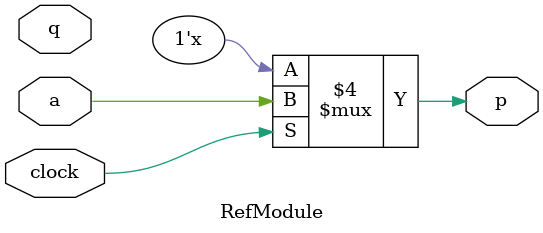
<source format=sv>

module RefModule (
  input clock,
  input a,
  output reg p,
  input reg q
);

  always @(negedge clock)
    q <= a;

  always @(*)
    if (clock)
      p = a;

endmodule


</source>
